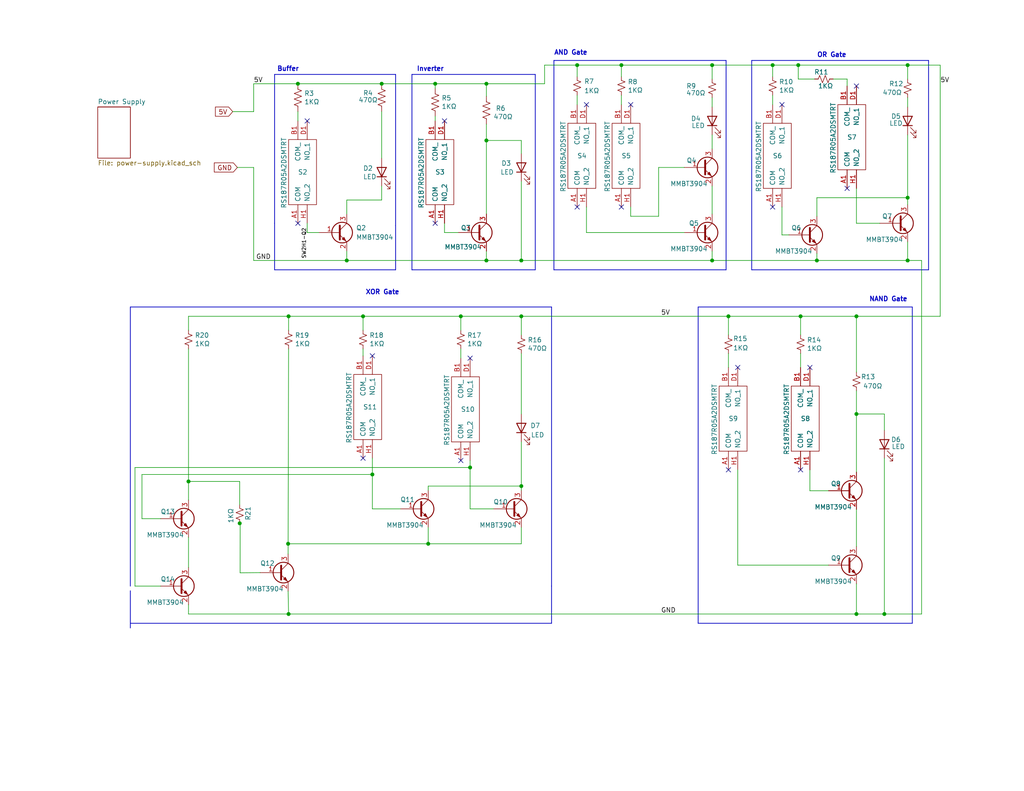
<source format=kicad_sch>
(kicad_sch (version 20231120) (generator "eeschema") (generator_version "8.0")
  (paper "USLetter")
  (title_block (title "${project_name}") (date "2022-04-26") (rev "${version}") (company "Lutzcraft") (comment 1 "Circuits designed by Ben Eater") (comment 2 "Kicad project by David Lutz") (comment 3 "Uses 2 x C2032 Batteries"))
  (lib_symbols
    (symbol "Device:LED" (pin_numbers hide) (pin_names (offset 1.016) hide)
      (property "Reference" "D" (at 0 2.54 0))
      (property "Value" "LED" (at 0 -2.54 0))
      (symbol "LED_0_1"
        (polyline (pts (xy -1.27 -1.27) (xy -1.27 1.27)) (stroke (width 0.254)))
        (polyline (pts (xy -1.27 0) (xy 1.27 0)))
        (polyline (pts (xy 1.27 -1.27) (xy 1.27 1.27) (xy -1.27 0) (xy 1.27 -1.27)) (stroke (width 0.254)))
        (polyline (pts (xy -3.048 -0.762) (xy -4.572 -2.286) (xy -3.81 -2.286) (xy -4.572 -2.286) (xy -4.572 -1.524)))
        (polyline (pts (xy -1.778 -0.762) (xy -3.302 -2.286) (xy -2.54 -2.286) (xy -3.302 -2.286) (xy -3.302 -1.524)))
      )
      (symbol "LED_1_1"
        (pin passive line (at -3.81 0 0) (length 2.54) (name "K") (number "1"))
        (pin passive line (at 3.81 0 180) (length 2.54) (name "A") (number "2"))
      )
    )
    (symbol "Device:R_Small_US" (pin_numbers hide) (pin_names (offset 0.254) hide)
      (property "Reference" "R" (at 0.762 0.508 0))
      (property "Value" "R_Small_US" (at 0.762 -1.016 0))
      (symbol "R_Small_US_1_1"
        (polyline (pts (xy 0 0) (xy 1.016 -0.381) (xy 0 -0.762) (xy -1.016 -1.143) (xy 0 -1.524)))
        (polyline (pts (xy 0 1.524) (xy 1.016 1.143) (xy 0 0.762) (xy -1.016 0.381) (xy 0 0)))
        (pin passive line (at 0 2.54 270) (length 1.016) (name "~") (number "1"))
        (pin passive line (at 0 -2.54 90) (length 1.016) (name "~") (number "2"))
      )
    )
    (symbol "Device:R_US" (pin_numbers hide) (pin_names (offset 0))
      (property "Reference" "R" (at 2.54 0 90))
      (property "Value" "R_US" (at -2.54 0 90))
      (symbol "R_US_0_1"
        (polyline (pts (xy 0 -2.286) (xy 0 -2.54)))
        (polyline (pts (xy 0 2.286) (xy 0 2.54)))
        (polyline (pts (xy 0 -0.762) (xy 1.016 -1.143) (xy 0 -1.524) (xy -1.016 -1.905) (xy 0 -2.286)))
        (polyline (pts (xy 0 0.762) (xy 1.016 0.381) (xy 0 0) (xy -1.016 -0.381) (xy 0 -0.762)))
        (polyline (pts (xy 0 2.286) (xy 1.016 1.905) (xy 0 1.524) (xy -1.016 1.143) (xy 0 0.762)))
      )
      (symbol "R_US_1_1"
        (pin passive line (at 0 3.81 270) (length 1.27) (name "~") (number "1"))
        (pin passive line (at 0 -3.81 90) (length 1.27) (name "~") (number "2"))
      )
    )
    (symbol "Lutzcraft:RS187R05A2DSMTRT" (pin_names (offset 0.762))
      (property "Reference" "S" (at 24.13 7.62 0))
      (property "Value" "RS187R05A2DSMTRT" (at 24.13 5.08 0))
      (symbol "RS187R05A2DSMTRT_0_0"
        (pin passive line (at 0 0 0) (length 5.08) (name "COM") (number "A1"))
        (pin passive line (at 27.94 0 180) (length 5.08) (name "COM_") (number "B1"))
        (pin passive line (at 27.94 -2.54 180) (length 5.08) (name "NO_1") (number "D1"))
        (pin passive line (at 0 -2.54 0) (length 5.08) (name "NO_2") (number "H1"))
      )
      (symbol "RS187R05A2DSMTRT_0_1"
        (polyline (pts (xy 5.08 2.54) (xy 22.86 2.54) (xy 22.86 -5.08) (xy 5.08 -5.08) (xy 5.08 2.54)) (stroke (width 0.1524)))
      )
    )
    (symbol "Transistor_BJT:MMBT3904" (pin_names (offset 0) hide)
      (property "Reference" "Q" (at 5.08 1.905 0))
      (property "Value" "MMBT3904" (at 5.08 0 0))
      (symbol "MMBT3904_0_1"
        (polyline (pts (xy 0.635 0.635) (xy 2.54 2.54)))
        (polyline (pts (xy 0.635 -0.635) (xy 2.54 -2.54) (xy 2.54 -2.54)))
        (polyline (pts (xy 0.635 1.905) (xy 0.635 -1.905) (xy 0.635 -1.905)) (stroke (width 0.508)))
        (polyline (pts (xy 1.27 -1.778) (xy 1.778 -1.27) (xy 2.286 -2.286) (xy 1.27 -1.778) (xy 1.27 -1.778)) (fill (type outline)))
        (circle (center 1.27 0) (radius 2.8194) (stroke (width 0.254)))
      )
      (symbol "MMBT3904_1_1"
        (pin input line (at -5.08 0 0) (length 5.715) (name "B") (number "1"))
        (pin passive line (at 2.54 -5.08 90) (length 2.54) (name "E") (number "2"))
        (pin passive line (at 2.54 5.08 270) (length 2.54) (name "C") (number "3"))
      )
    )
  )
  (junction (at 65.405 142.875))
  (junction (at 247.65 71.12))
  (junction (at 132.715 38.354))
  (junction (at 222.885 71.12))
  (junction (at 132.715 22.86))
  (junction (at 233.68 167.64))
  (junction (at 210.82 17.78))
  (junction (at 142.24 132.715))
  (junction (at 125.73 86.36))
  (junction (at 198.755 86.36))
  (junction (at 104.14 22.86))
  (junction (at 132.715 71.12))
  (junction (at 94.615 71.12))
  (junction (at 233.68 113.03))
  (junction (at 118.745 22.86))
  (junction (at 241.3 167.64))
  (junction (at 128.27 127.635))
  (junction (at 169.545 17.78))
  (junction (at 247.65 53.975))
  (junction (at 78.74 167.64))
  (junction (at 78.613 148.463))
  (junction (at 218.44 86.36))
  (junction (at 101.6 129.54))
  (junction (at 78.74 86.36))
  (junction (at 247.65 17.78))
  (junction (at 51.435 131.445))
  (junction (at 194.31 71.12))
  (junction (at 157.48 17.78))
  (junction (at 142.24 86.36))
  (junction (at 99.06 86.36))
  (junction (at 217.805 17.78))
  (junction (at 116.84 148.463))
  (junction (at 142.24 71.12))
  (junction (at 194.31 17.78))
  (junction (at 81.28 22.86))
  (junction (at 233.68 86.36))
  (no_connect (at 198.755 128.27))
  (no_connect (at 213.36 28.575))
  (no_connect (at 160.02 28.575))
  (no_connect (at 118.745 60.96))
  (no_connect (at 121.285 33.02))
  (no_connect (at 201.295 100.33))
  (no_connect (at 169.545 56.515))
  (no_connect (at 220.98 100.33))
  (no_connect (at 157.48 56.515))
  (no_connect (at 172.085 28.575))
  (no_connect (at 128.27 97.79))
  (no_connect (at 81.28 60.96))
  (no_connect (at 83.82 33.02))
  (no_connect (at 218.44 128.27))
  (no_connect (at 231.14 51.435))
  (no_connect (at 233.68 23.495))
  (no_connect (at 99.06 125.095))
  (no_connect (at 125.73 125.73))
  (no_connect (at 101.6 97.155))
  (no_connect (at 210.82 56.515))
  (wire (pts (xy 142.24 49.53) (xy 142.24 71.12)))
  (wire (pts (xy 194.31 36.83) (xy 194.31 40.64)))
  (wire (pts (xy 233.68 51.435) (xy 233.68 60.96)))
  (wire (pts (xy 78.74 95.25) (xy 78.613 148.463)))
  (wire (pts (xy 201.295 154.305) (xy 201.295 128.27)))
  (wire (pts (xy 104.14 50.8) (xy 104.14 54.61)))
  (wire (pts (xy 101.6 138.938) (xy 109.22 138.938)))
  (wire (pts (xy 38.735 129.54) (xy 38.735 141.605)))
  (wire (pts (xy 65.532 143.002) (xy 65.5169 156.3944)))
  (wire (pts (xy 251.46 71.12) (xy 251.46 167.64)))
  (wire (pts (xy 194.31 50.8) (xy 194.31 58.42)))
  (wire (pts (xy 121.285 63.5) (xy 125.095 63.5)))
  (wire (pts (xy 213.36 56.515) (xy 213.36 64.135)))
  (wire (pts (xy 179.705 45.72) (xy 179.705 59.055)))
  (polyline (pts (xy 35.56 161.29) (xy 35.56 171.45)) (stroke (width 0.2032)))
  (wire (pts (xy 94.615 71.12) (xy 132.715 71.12)))
  (wire (pts (xy 104.14 22.86) (xy 118.745 22.86)))
  (wire (pts (xy 233.68 60.96) (xy 240.03 60.96)))
  (wire (pts (xy 201.295 154.305) (xy 226.06 154.305)))
  (polyline (pts (xy 205.105 16.51) (xy 205.105 73.66)) (stroke (width 0.2032)))
  (wire (pts (xy 118.745 22.86) (xy 132.715 22.86)))
  (wire (pts (xy 142.24 38.354) (xy 132.715 38.354)))
  (wire (pts (xy 94.615 54.61) (xy 94.615 58.42)))
  (wire (pts (xy 217.805 21.59) (xy 217.805 17.78)))
  (wire (pts (xy 217.805 17.78) (xy 247.65 17.78)))
  (wire (pts (xy 233.68 86.36) (xy 256.54 86.36)))
  (wire (pts (xy 65.5169 156.3944) (xy 70.993 156.337)))
  (wire (pts (xy 142.24 144.018) (xy 142.24 148.463)))
  (wire (pts (xy 78.613 161.417) (xy 78.74 167.64)))
  (wire (pts (xy 128.27 127.635) (xy 128.27 138.938)))
  (wire (pts (xy 81.28 22.86) (xy 104.14 22.86)))
  (wire (pts (xy 142.24 132.715) (xy 142.24 133.858)))
  (wire (pts (xy 142.24 86.36) (xy 142.24 91.44)))
  (wire (pts (xy 65.405 142.748) (xy 65.405 142.875)))
  (wire (pts (xy 78.74 86.36) (xy 99.06 86.36)))
  (wire (pts (xy 65.532 143.002) (xy 65.532 142.875)))
  (wire (pts (xy 194.31 26.67) (xy 194.31 29.21)))
  (wire (pts (xy 116.84 132.715) (xy 142.24 132.715)))
  (wire (pts (xy 51.435 86.36) (xy 78.74 86.36)))
  (wire (pts (xy 78.74 86.36) (xy 78.74 90.17)))
  (wire (pts (xy 194.31 17.78) (xy 210.82 17.78)))
  (wire (pts (xy 157.48 17.78) (xy 169.545 17.78)))
  (wire (pts (xy 194.31 17.78) (xy 194.31 21.59)))
  (wire (pts (xy 118.745 31.75) (xy 118.745 33.02)))
  (wire (pts (xy 198.755 96.52) (xy 198.755 100.33)))
  (wire (pts (xy 65.405 137.795) (xy 65.405 131.445)))
  (wire (pts (xy 241.3 167.64) (xy 251.46 167.64)))
  (wire (pts (xy 36.83 160.02) (xy 43.815 160.02)))
  (wire (pts (xy 83.82 63.5) (xy 86.995 63.5)))
  (wire (pts (xy 241.3 125.095) (xy 241.3 167.64)))
  (polyline (pts (xy 150.495 83.82) (xy 150.495 160.02)) (stroke (width 0.2032)))
  (wire (pts (xy 222.885 59.055) (xy 222.885 53.975)))
  (wire (pts (xy 233.68 167.64) (xy 241.3 167.64)))
  (wire (pts (xy 51.435 165.1) (xy 51.435 167.64)))
  (polyline (pts (xy 190.5 83.82) (xy 248.92 83.82)) (stroke (width 0.2032)))
  (wire (pts (xy 65.405 131.445) (xy 51.435 131.445)))
  (wire (pts (xy 247.65 26.67) (xy 247.65 29.21)))
  (wire (pts (xy 247.65 36.83) (xy 247.65 53.975)))
  (wire (pts (xy 169.545 17.78) (xy 194.31 17.78)))
  (wire (pts (xy 160.02 56.515) (xy 160.02 63.5)))
  (polyline (pts (xy 107.95 61.595) (xy 107.95 20.32)) (stroke (width 0.2032)))
  (wire (pts (xy 233.68 159.385) (xy 233.68 167.64)))
  (wire (pts (xy 121.285 60.96) (xy 121.285 63.5)))
  (polyline (pts (xy 74.93 20.32) (xy 74.93 60.96)) (stroke (width 0.2032)))
  (wire (pts (xy 142.24 86.36) (xy 198.755 86.36)))
  (wire (pts (xy 116.84 132.715) (xy 116.84 133.858)))
  (polyline (pts (xy 190.5 83.82) (xy 190.5 170.18)) (stroke (width 0.2032)))
  (polyline (pts (xy 198.12 16.51) (xy 198.12 73.66)) (stroke (width 0.2032)))
  (wire (pts (xy 132.715 22.86) (xy 132.715 26.289)))
  (wire (pts (xy 210.82 20.955) (xy 210.82 17.78)))
  (wire (pts (xy 241.3 113.03) (xy 233.68 113.03)))
  (wire (pts (xy 222.885 53.975) (xy 247.65 53.975)))
  (wire (pts (xy 198.755 86.36) (xy 218.44 86.36)))
  (wire (pts (xy 222.885 69.215) (xy 222.885 71.12)))
  (wire (pts (xy 142.24 120.65) (xy 142.24 132.715)))
  (polyline (pts (xy 151.13 73.66) (xy 198.12 73.66)) (stroke (width 0.2032)))
  (wire (pts (xy 78.613 148.463) (xy 116.84 148.463)))
  (polyline (pts (xy 253.365 16.51) (xy 253.365 73.66)) (stroke (width 0.2032)))
  (polyline (pts (xy 35.56 170.18) (xy 150.495 170.18)) (stroke (width 0.2032)))
  (wire (pts (xy 217.805 21.59) (xy 222.25 21.59)))
  (wire (pts (xy 118.745 22.86) (xy 118.745 24.13)))
  (wire (pts (xy 132.715 71.12) (xy 142.24 71.12)))
  (wire (pts (xy 69.215 22.86) (xy 81.28 22.86)))
  (wire (pts (xy 36.83 160.02) (xy 36.83 127.635)))
  (wire (pts (xy 247.65 66.04) (xy 247.65 71.12)))
  (wire (pts (xy 99.06 86.36) (xy 125.73 86.36)))
  (wire (pts (xy 222.885 71.12) (xy 247.65 71.12)))
  (wire (pts (xy 132.715 33.909) (xy 132.715 38.354)))
  (wire (pts (xy 142.24 38.354) (xy 142.24 41.91)))
  (wire (pts (xy 227.33 21.59) (xy 231.14 21.59)))
  (wire (pts (xy 65.532 142.875) (xy 65.405 142.875)))
  (polyline (pts (xy 190.5 170.18) (xy 248.92 170.18)) (stroke (width 0.2032)))
  (wire (pts (xy 125.73 86.36) (xy 125.73 90.17)))
  (wire (pts (xy 69.215 22.86) (xy 69.215 30.48)))
  (wire (pts (xy 179.705 45.72) (xy 186.69 45.72)))
  (wire (pts (xy 69.215 71.12) (xy 94.615 71.12)))
  (polyline (pts (xy 150.495 170.18) (xy 150.495 160.02)) (stroke (width 0.2032)))
  (wire (pts (xy 247.65 71.12) (xy 251.46 71.12)))
  (wire (pts (xy 148.59 22.86) (xy 148.59 17.78)))
  (wire (pts (xy 83.82 60.96) (xy 83.82 63.5)))
  (wire (pts (xy 256.54 17.78) (xy 256.54 86.36)))
  (polyline (pts (xy 112.395 73.66) (xy 146.05 73.66)) (stroke (width 0.2032)))
  (wire (pts (xy 157.48 26.035) (xy 157.48 28.575)))
  (wire (pts (xy 78.613 151.257) (xy 78.613 148.463)))
  (polyline (pts (xy 151.13 16.51) (xy 151.13 73.66)) (stroke (width 0.2032)))
  (wire (pts (xy 247.65 17.78) (xy 256.54 17.78)))
  (wire (pts (xy 213.36 64.135) (xy 215.265 64.135)))
  (wire (pts (xy 157.48 20.955) (xy 157.48 17.78)))
  (wire (pts (xy 142.24 71.12) (xy 194.31 71.12)))
  (wire (pts (xy 198.755 86.36) (xy 198.755 91.44)))
  (wire (pts (xy 104.14 30.48) (xy 104.14 43.18)))
  (wire (pts (xy 241.3 117.475) (xy 241.3 113.03)))
  (wire (pts (xy 38.735 141.605) (xy 43.815 141.605)))
  (wire (pts (xy 233.68 86.36) (xy 233.68 101.6)))
  (polyline (pts (xy 112.395 20.32) (xy 112.395 73.66)) (stroke (width 0.2032)))
  (wire (pts (xy 116.84 144.018) (xy 116.84 148.463)))
  (wire (pts (xy 101.6 129.54) (xy 101.6 138.938)))
  (wire (pts (xy 51.435 86.36) (xy 51.435 90.17)))
  (polyline (pts (xy 107.95 73.66) (xy 107.95 61.595)) (stroke (width 0.2032)))
  (wire (pts (xy 233.68 139.065) (xy 233.68 149.225)))
  (polyline (pts (xy 74.93 20.32) (xy 107.95 20.32)) (stroke (width 0.2032)))
  (wire (pts (xy 36.83 127.635) (xy 128.27 127.635)))
  (wire (pts (xy 128.27 125.73) (xy 128.27 127.635)))
  (wire (pts (xy 128.27 138.938) (xy 134.62 138.938)))
  (polyline (pts (xy 248.92 83.82) (xy 248.92 170.18)) (stroke (width 0.2032)))
  (wire (pts (xy 94.615 68.58) (xy 94.615 71.12)))
  (wire (pts (xy 51.435 131.445) (xy 51.435 136.525)))
  (polyline (pts (xy 74.93 60.96) (xy 74.93 73.66)) (stroke (width 0.2032)))
  (wire (pts (xy 51.435 95.25) (xy 51.435 131.445)))
  (wire (pts (xy 210.82 26.035) (xy 210.82 28.575)))
  (wire (pts (xy 64.77 45.72) (xy 69.215 45.72)))
  (wire (pts (xy 132.715 38.354) (xy 132.715 58.42)))
  (wire (pts (xy 233.68 113.03) (xy 233.68 106.68)))
  (wire (pts (xy 148.59 17.78) (xy 157.48 17.78)))
  (wire (pts (xy 125.73 86.36) (xy 142.24 86.36)))
  (wire (pts (xy 172.085 59.055) (xy 179.705 59.055)))
  (wire (pts (xy 69.215 45.72) (xy 69.215 71.12)))
  (wire (pts (xy 218.44 86.36) (xy 233.68 86.36)))
  (wire (pts (xy 218.44 86.36) (xy 218.44 91.44)))
  (wire (pts (xy 132.715 22.86) (xy 148.59 22.86)))
  (wire (pts (xy 220.98 133.985) (xy 226.06 133.985)))
  (wire (pts (xy 104.14 54.61) (xy 94.615 54.61)))
  (polyline (pts (xy 112.395 20.32) (xy 146.05 20.32)) (stroke (width 0.2032)))
  (wire (pts (xy 194.31 68.58) (xy 194.31 71.12)))
  (wire (pts (xy 160.02 63.5) (xy 186.69 63.5)))
  (polyline (pts (xy 74.93 73.66) (xy 107.95 73.66)) (stroke (width 0.2032)))
  (polyline (pts (xy 35.56 160.02) (xy 35.56 83.82)) (stroke (width 0.2032)))
  (polyline (pts (xy 146.05 20.32) (xy 146.05 73.66)) (stroke (width 0.2032)))
  (wire (pts (xy 63.5 30.48) (xy 69.215 30.48)))
  (wire (pts (xy 116.84 148.463) (xy 142.24 148.463)))
  (wire (pts (xy 132.715 68.58) (xy 132.715 71.12)))
  (wire (pts (xy 78.74 167.64) (xy 233.68 167.64)))
  (wire (pts (xy 220.98 128.27) (xy 220.98 133.985)))
  (wire (pts (xy 231.14 23.495) (xy 231.14 21.59)))
  (wire (pts (xy 169.545 17.78) (xy 169.545 20.955)))
  (wire (pts (xy 101.6 125.095) (xy 101.6 129.54)))
  (wire (pts (xy 51.435 146.685) (xy 51.435 154.94)))
  (wire (pts (xy 51.435 167.64) (xy 78.74 167.64)))
  (wire (pts (xy 218.44 96.52) (xy 218.44 100.33)))
  (wire (pts (xy 247.65 53.975) (xy 247.65 55.88)))
  (wire (pts (xy 99.06 86.36) (xy 99.06 90.17)))
  (polyline (pts (xy 253.365 16.51) (xy 205.105 16.51)) (stroke (width 0.2032)))
  (polyline (pts (xy 151.13 16.51) (xy 198.12 16.51)) (stroke (width 0.2032)))
  (wire (pts (xy 38.735 129.54) (xy 101.6 129.54)))
  (wire (pts (xy 210.82 17.78) (xy 217.805 17.78)))
  (wire (pts (xy 142.24 96.52) (xy 142.24 113.03)))
  (wire (pts (xy 81.28 30.48) (xy 81.28 33.02)))
  (wire (pts (xy 169.545 26.035) (xy 169.545 28.575)))
  (wire (pts (xy 194.31 71.12) (xy 222.885 71.12)))
  (wire (pts (xy 247.65 17.78) (xy 247.65 21.59)))
  (polyline (pts (xy 205.105 73.66) (xy 253.365 73.66)) (stroke (width 0.2032)))
  (polyline (pts (xy 35.56 83.82) (xy 150.495 83.82)) (stroke (width 0.2032)))
  (wire (pts (xy 125.73 95.25) (xy 125.73 97.79)))
  (wire (pts (xy 99.06 95.25) (xy 99.06 97.155)))
  (wire (pts (xy 233.68 113.03) (xy 233.68 128.905)))
  (wire (pts (xy 172.085 59.055) (xy 172.085 56.515)))
  (text "OR Gate" (at 222.885 15.875 0) (effects (font (size 1.27 1.27) (thickness 0.254) (bold yes)) (justify left bottom)))
  (text "Inverter" (at 113.665 19.685 0) (effects (font (size 1.27 1.27) (thickness 0.254) (bold yes)) (justify left bottom)))
  (text "NAND Gate" (at 237.109 82.55 0) (effects (font (size 1.27 1.27) (thickness 0.254) (bold yes)) (justify left bottom)))
  (text "Buffer" (at 75.565 19.685 0) (effects (font (size 1.27 1.27) (thickness 0.254) (bold yes)) (justify left bottom)))
  (text "AND Gate" (at 151.13 15.24 0) (effects (font (size 1.27 1.27) (thickness 0.254) (bold yes)) (justify left bottom)))
  (text "XOR Gate" (at 99.695 80.645 0) (effects (font (size 1.27 1.27) (thickness 0.254) (bold yes)) (justify left bottom)))
  (label "GND" (at 69.85 71.12 0))
  (label "5V" (at 69.215 22.86 0))
  (label "SW2H1-Q2" (at 83.82 62.103 270) (effects (font (size 1 1))))
  (label "5V" (at 256.54 22.86 0))
  (label "5V" (at 180.34 86.36 0))
  (label "GND" (at 180.34 167.64 0))
  (global_label "GND" (shape input) (at 64.77 45.72 180) (property "Intersheetrefs" "${INTERSHEET_REFS}" (effects (hide yes))))
  (global_label "5V" (shape input) (at 63.5 30.48 180) (property "Intersheetrefs" "${INTERSHEET_REFS}" (effects (hide yes))))
  (symbol (lib_id "Device:LED") (at 104.14 46.99 90) (unit 1)
    (property "Reference" "D2" (at 99.06 45.9486 90) (effects (justify right)))
    (property "Value" "LED" (at 99.06 48.26 90) (effects (justify right)))
    (property "Footprint" "LED_SMD:LED_1206_3216Metric_Pad1.42x1.75mm_HandSolder" (effects (hide yes)))
  )
  (symbol (lib_id "Device:R_US") (at 104.14 26.67 0) (unit 1)
    (property "Reference" "R4" (at 99.06 25.4 0) (effects (justify left)))
    (property "Value" "470Ω" (at 97.79 27.305 0) (effects (justify left)))
    (property "Footprint" "Resistor_SMD:R_1206_3216Metric_Pad1.30x1.75mm_HandSolder" (effects (hide yes)))
  )
  (symbol (lib_id "Device:R_US") (at 81.28 26.67 0) (unit 1)
    (property "Reference" "R3" (at 83.0072 25.5016 0) (effects (justify left)))
    (property "Value" "1KΩ" (at 83.0072 27.813 0) (effects (justify left)))
    (property "Footprint" "Resistor_SMD:R_1206_3216Metric_Pad1.30x1.75mm_HandSolder" (effects (hide yes)))
  )
  (symbol (lib_id "Device:R_US") (at 118.745 27.94 0) (unit 1)
    (property "Reference" "R5" (at 120.4722 26.7716 0) (effects (justify left)))
    (property "Value" "1KΩ" (at 120.4722 29.083 0) (effects (justify left)))
    (property "Footprint" "Resistor_SMD:R_1206_3216Metric_Pad1.30x1.75mm_HandSolder" (effects (hide yes)))
  )
  (symbol (lib_id "Device:R_US") (at 132.715 30.099 0) (unit 1)
    (property "Reference" "R6" (at 135.255 29.591 0) (effects (justify left)))
    (property "Value" "470Ω" (at 134.62 31.877 0) (effects (justify left)))
    (property "Footprint" "Resistor_SMD:R_1206_3216Metric_Pad1.30x1.75mm_HandSolder" (effects (hide yes)))
  )
  (symbol (lib_id "Device:LED") (at 142.24 45.72 90) (unit 1)
    (property "Reference" "D3" (at 136.779 44.577 90) (effects (justify right)))
    (property "Value" "LED" (at 136.525 46.99 90) (effects (justify right)))
    (property "Footprint" "LED_SMD:LED_1206_3216Metric_Pad1.42x1.75mm_HandSolder" (effects (hide yes)))
  )
  (symbol (lib_id "Device:R_Small_US") (at 198.755 93.98 0) (unit 1)
    (property "Reference" "R15" (at 200.025 92.456 0) (effects (justify left)))
    (property "Value" "1KΩ" (at 200.025 94.996 0) (effects (justify left)))
    (property "Footprint" "Resistor_SMD:R_1206_3216Metric_Pad1.30x1.75mm_HandSolder" (effects (hide yes)))
  )
  (symbol (lib_id "Device:R_Small_US") (at 233.68 104.14 180) (unit 1)
    (property "Reference" "R13" (at 236.855 102.87 0))
    (property "Value" "470Ω" (at 238.125 105.41 0))
    (property "Footprint" "Resistor_SMD:R_1206_3216Metric_Pad1.30x1.75mm_HandSolder" (effects (hide yes)))
  )
  (symbol (lib_id "Device:R_Small_US") (at 218.44 93.98 0) (unit 1)
    (property "Reference" "R14" (at 220.1672 92.8116 0) (effects (justify left)))
    (property "Value" "1KΩ" (at 220.1672 95.123 0) (effects (justify left)))
    (property "Footprint" "Resistor_SMD:R_1206_3216Metric_Pad1.30x1.75mm_HandSolder" (effects (hide yes)))
  )
  (symbol (lib_id "Device:LED") (at 241.3 121.285 90) (unit 1)
    (property "Reference" "D6" (at 244.475 120.015 90))
    (property "Value" "LED" (at 245.11 121.92 90))
    (property "Footprint" "LED_SMD:LED_1206_3216Metric_Pad1.42x1.75mm_HandSolder" (effects (hide yes)))
  )
  (symbol (lib_id "Device:R_Small_US") (at 157.48 23.495 0) (unit 1)
    (property "Reference" "R7" (at 159.385 22.225 0) (effects (justify left)))
    (property "Value" "1KΩ" (at 159.385 24.765 0) (effects (justify left)))
    (property "Footprint" "Resistor_SMD:R_1206_3216Metric_Pad1.30x1.75mm_HandSolder" (effects (hide yes)))
  )
  (symbol (lib_id "Device:R_Small_US") (at 194.31 24.13 180) (unit 1)
    (property "Reference" "R9" (at 188.595 23.495 0))
    (property "Value" "470Ω" (at 189.865 25.4 0))
    (property "Footprint" "Resistor_SMD:R_1206_3216Metric_Pad1.30x1.75mm_HandSolder" (effects (hide yes)))
  )
  (symbol (lib_id "Device:R_Small_US") (at 169.545 23.495 0) (unit 1)
    (property "Reference" "R8" (at 171.2722 22.3266 0) (effects (justify left)))
    (property "Value" "1KΩ" (at 171.2722 24.638 0) (effects (justify left)))
    (property "Footprint" "Resistor_SMD:R_1206_3216Metric_Pad1.30x1.75mm_HandSolder" (effects (hide yes)))
  )
  (symbol (lib_id "Device:LED") (at 194.31 33.02 90) (unit 1)
    (property "Reference" "D4" (at 189.865 32.385 90))
    (property "Value" "LED" (at 190.5 34.29 90))
    (property "Footprint" "LED_SMD:LED_1206_3216Metric_Pad1.42x1.75mm_HandSolder" (effects (hide yes)))
  )
  (symbol (lib_id "Device:R_Small_US") (at 224.79 21.59 90) (unit 1)
    (property "Reference" "R11" (at 226.06 19.685 90) (effects (justify left)))
    (property "Value" "1KΩ" (at 227.33 23.495 90) (effects (justify left)))
    (property "Footprint" "Resistor_SMD:R_1206_3216Metric_Pad1.30x1.75mm_HandSolder" (effects (hide yes)))
  )
  (symbol (lib_id "Device:R_Small_US") (at 210.82 23.495 0) (unit 1)
    (property "Reference" "R10" (at 212.5472 22.3266 0) (effects (justify left)))
    (property "Value" "1KΩ" (at 212.5472 24.638 0) (effects (justify left)))
    (property "Footprint" "Resistor_SMD:R_1206_3216Metric_Pad1.30x1.75mm_HandSolder" (effects (hide yes)))
  )
  (symbol (lib_id "Device:R_Small_US") (at 247.65 24.13 0) (unit 1)
    (property "Reference" "R12" (at 242.57 22.86 0) (effects (justify left)))
    (property "Value" "470Ω" (at 240.792 25.273 0) (effects (justify left)))
    (property "Footprint" "Resistor_SMD:R_1206_3216Metric_Pad1.30x1.75mm_HandSolder" (effects (hide yes)))
  )
  (symbol (lib_id "Device:LED") (at 247.65 33.02 90) (unit 1)
    (property "Reference" "D5" (at 244.475 31.75 90))
    (property "Value" "LED" (at 244.475 33.655 90))
    (property "Footprint" "LED_SMD:LED_1206_3216Metric_Pad1.42x1.75mm_HandSolder" (effects (hide yes)))
  )
  (symbol (lib_id "Device:R_Small_US") (at 78.74 92.71 0) (unit 1)
    (property "Reference" "R19" (at 80.4672 91.5416 0) (effects (justify left)))
    (property "Value" "1KΩ" (at 80.4672 93.853 0) (effects (justify left)))
    (property "Footprint" "Resistor_SMD:R_1206_3216Metric_Pad1.30x1.75mm_HandSolder" (effects (hide yes)))
  )
  (symbol (lib_id "Device:R_Small_US") (at 51.435 92.71 0) (unit 1)
    (property "Reference" "R20" (at 53.1622 91.5416 0) (effects (justify left)))
    (property "Value" "1KΩ" (at 53.1622 93.853 0) (effects (justify left)))
    (property "Footprint" "Resistor_SMD:R_1206_3216Metric_Pad1.30x1.75mm_HandSolder" (effects (hide yes)))
  )
  (symbol (lib_id "Device:R_Small_US") (at 65.405 140.335 0) (unit 1)
    (property "Reference" "R21" (at 67.691 142.113 90) (effects (justify left)))
    (property "Value" "1KΩ" (at 62.992 142.875 90) (effects (justify left)))
    (property "Footprint" "Resistor_SMD:R_1206_3216Metric_Pad1.30x1.75mm_HandSolder" (effects (hide yes)))
  )
  (symbol (lib_id "Device:R_Small_US") (at 99.06 92.71 0) (unit 1)
    (property "Reference" "R18" (at 100.7872 91.5416 0) (effects (justify left)))
    (property "Value" "1KΩ" (at 100.7872 93.853 0) (effects (justify left)))
    (property "Footprint" "Resistor_SMD:R_1206_3216Metric_Pad1.30x1.75mm_HandSolder" (effects (hide yes)))
  )
  (symbol (lib_id "Device:R_Small_US") (at 142.24 93.98 0) (unit 1)
    (property "Reference" "R16" (at 143.9672 92.8116 0) (effects (justify left)))
    (property "Value" "470Ω" (at 143.9672 95.123 0) (effects (justify left)))
    (property "Footprint" "Resistor_SMD:R_1206_3216Metric_Pad1.30x1.75mm_HandSolder" (effects (hide yes)))
  )
  (symbol (lib_id "Device:LED") (at 142.24 116.84 90) (unit 1)
    (property "Reference" "D7" (at 146.05 116.205 90))
    (property "Value" "LED" (at 146.685 118.745 90))
    (property "Footprint" "LED_SMD:LED_1206_3216Metric_Pad1.42x1.75mm_HandSolder" (effects (hide yes)))
  )
  (symbol (lib_id "Device:R_Small_US") (at 125.73 92.71 0) (unit 1)
    (property "Reference" "R17" (at 127.4572 91.5416 0) (effects (justify left)))
    (property "Value" "1KΩ" (at 127.4572 93.853 0) (effects (justify left)))
    (property "Footprint" "Resistor_SMD:R_1206_3216Metric_Pad1.30x1.75mm_HandSolder" (effects (hide yes)))
  )
  (symbol (lib_id "Lutzcraft:RS187R05A2DSMTRT") (at 118.745 60.96 90) (unit 1)
    (property "Reference" "S3" (at 118.745 46.99 90) (effects (justify right)))
    (property "Value" "RS187R05A2DSMTRT" (at 114.935 37.465 0) (effects (justify right)))
    (property "Footprint" "logic_gates_footprints:RS187R05A2DSMTRT" (effects (hide yes)))
    (property "Datasheet" "https://www.mouser.com/datasheet/2/60/RS-187R05-DS_MT_RT-1160023.pdf" (effects (hide yes)))
    (property "Description" "Tactile Switches SPST 0.05A 12V 160gf" (effects (hide yes)))
    (property "Height" "1.65" (effects (hide yes)))
    (property "Manufacturer_Name" "C & K COMPONENTS" (effects (hide yes)))
    (property "Manufacturer_Part_Number" "RS187R05A2DSMTRT" (effects (hide yes)))
    (property "Mouser Part Number" "611-RS187R05A2DSMTRT" (effects (hide yes)))
    (property "Mouser Price/Stock" "https://www.mouser.co.uk/ProductDetail/CK/RS187R05A2DSMTRT?qs=Gufeu08L%2Fl21N7VSbxt7Uw%3D%3D" (effects (hide yes)))
    (property "Arrow Part Number" "RS187R05A2DSMTRT" (effects (hide yes)))
    (property "Arrow Price/Stock" "https://www.arrow.com/en/products/rs187r05a2dsmtrt/ck?region=nac" (effects (hide yes)))
  )
  (symbol (lib_id "Transistor_BJT:MMBT3904") (at 231.14 154.305 0) (unit 1)
    (property "Reference" "Q9" (at 226.695 152.4 0) (effects (justify left)))
    (property "Value" "MMBT3904" (at 222.25 158.75 0) (effects (justify left)))
    (property "Footprint" "Package_TO_SOT_SMD:SOT-23" (effects (hide yes)))
    (property "Datasheet" "https://www.onsemi.com/pub/Collateral/2N3903-D.PDF" (effects (hide yes)))
  )
  (symbol (lib_id "Transistor_BJT:MMBT3904") (at 76.073 156.337 0) (unit 1)
    (property "Reference" "Q12" (at 70.993 153.797 0) (effects (justify left)))
    (property "Value" "MMBT3904" (at 67.183 160.782 0) (effects (justify left)))
    (property "Footprint" "Package_TO_SOT_SMD:SOT-23" (effects (hide yes)))
    (property "Datasheet" "https://www.onsemi.com/pub/Collateral/2N3903-D.PDF" (effects (hide yes)))
  )
  (symbol (lib_id "Lutzcraft:RS187R05A2DSMTRT") (at 157.48 56.515 90) (unit 1)
    (property "Reference" "S4" (at 157.48 42.545 90) (effects (justify right)))
    (property "Value" "RS187R05A2DSMTRT" (at 153.67 33.02 0) (effects (justify right)))
    (property "Footprint" "logic_gates_footprints:RS187R05A2DSMTRT" (effects (hide yes)))
    (property "Datasheet" "https://www.mouser.com/datasheet/2/60/RS-187R05-DS_MT_RT-1160023.pdf" (effects (hide yes)))
    (property "Description" "Tactile Switches SPST 0.05A 12V 160gf" (effects (hide yes)))
    (property "Height" "1.65" (effects (hide yes)))
    (property "Manufacturer_Name" "C & K COMPONENTS" (effects (hide yes)))
    (property "Manufacturer_Part_Number" "RS187R05A2DSMTRT" (effects (hide yes)))
    (property "Mouser Part Number" "611-RS187R05A2DSMTRT" (effects (hide yes)))
    (property "Mouser Price/Stock" "https://www.mouser.co.uk/ProductDetail/CK/RS187R05A2DSMTRT?qs=Gufeu08L%2Fl21N7VSbxt7Uw%3D%3D" (effects (hide yes)))
    (property "Arrow Part Number" "RS187R05A2DSMTRT" (effects (hide yes)))
    (property "Arrow Price/Stock" "https://www.arrow.com/en/products/rs187r05a2dsmtrt/ck?region=nac" (effects (hide yes)))
  )
  (symbol (lib_id "Transistor_BJT:MMBT3904") (at 245.11 60.96 0) (unit 1)
    (property "Reference" "Q7" (at 240.665 59.055 0) (effects (justify left)))
    (property "Value" "MMBT3904" (at 236.22 65.405 0) (effects (justify left)))
    (property "Footprint" "Package_TO_SOT_SMD:SOT-23" (effects (hide yes)))
    (property "Datasheet" "https://www.onsemi.com/pub/Collateral/2N3903-D.PDF" (effects (hide yes)))
  )
  (symbol (lib_id "Transistor_BJT:MMBT3904") (at 48.895 141.605 0) (unit 1)
    (property "Reference" "Q13" (at 43.815 139.7 0) (effects (justify left)))
    (property "Value" "MMBT3904" (at 40.005 146.05 0) (effects (justify left)))
    (property "Footprint" "Package_TO_SOT_SMD:SOT-23" (effects (hide yes)))
    (property "Datasheet" "https://www.onsemi.com/pub/Collateral/2N3903-D.PDF" (effects (hide yes)))
  )
  (symbol (lib_id "Transistor_BJT:MMBT3904") (at 139.7 138.938 0) (unit 1)
    (property "Reference" "Q10" (at 134.62 137.033 0) (effects (justify left)))
    (property "Value" "MMBT3904" (at 130.81 143.383 0) (effects (justify left)))
    (property "Footprint" "Package_TO_SOT_SMD:SOT-23" (effects (hide yes)))
    (property "Datasheet" "https://www.onsemi.com/pub/Collateral/2N3903-D.PDF" (effects (hide yes)))
  )
  (symbol (lib_id "Transistor_BJT:MMBT3904") (at 130.175 63.5 0) (unit 1)
    (property "Reference" "Q3" (at 125.73 62.23 0) (effects (justify left)))
    (property "Value" "MMBT3904" (at 121.285 67.437 0) (effects (justify left)))
    (property "Footprint" "Package_TO_SOT_SMD:SOT-23" (effects (hide yes)))
    (property "Datasheet" "https://www.onsemi.com/pub/Collateral/2N3903-D.PDF" (effects (hide yes)))
  )
  (symbol (lib_id "Lutzcraft:RS187R05A2DSMTRT") (at 81.28 60.96 90) (unit 1)
    (property "Reference" "S2" (at 81.28 46.99 90) (effects (justify right)))
    (property "Value" "RS187R05A2DSMTRT" (at 77.47 37.465 0) (effects (justify right)))
    (property "Footprint" "logic_gates_footprints:RS187R05A2DSMTRT" (effects (hide yes)))
    (property "Datasheet" "https://www.mouser.com/datasheet/2/60/RS-187R05-DS_MT_RT-1160023.pdf" (effects (hide yes)))
    (property "Description" "Tactile Switches SPST 0.05A 12V 160gf" (effects (hide yes)))
    (property "Height" "1.65" (effects (hide yes)))
    (property "Manufacturer_Name" "C & K COMPONENTS" (effects (hide yes)))
    (property "Manufacturer_Part_Number" "RS187R05A2DSMTRT" (effects (hide yes)))
    (property "Mouser Part Number" "611-RS187R05A2DSMTRT" (effects (hide yes)))
    (property "Mouser Price/Stock" "https://www.mouser.co.uk/ProductDetail/CK/RS187R05A2DSMTRT?qs=Gufeu08L%2Fl21N7VSbxt7Uw%3D%3D" (effects (hide yes)))
    (property "Arrow Part Number" "RS187R05A2DSMTRT" (effects (hide yes)))
    (property "Arrow Price/Stock" "https://www.arrow.com/en/products/rs187r05a2dsmtrt/ck?region=nac" (effects (hide yes)))
  )
  (symbol (lib_id "Transistor_BJT:MMBT3904") (at 191.77 63.5 0) (unit 1)
    (property "Reference" "Q5" (at 187.96 60.96 0) (effects (justify left)))
    (property "Value" "MMBT3904" (at 182.88 67.945 0) (effects (justify left)))
    (property "Footprint" "Package_TO_SOT_SMD:SOT-23" (effects (hide yes)))
    (property "Datasheet" "https://www.onsemi.com/pub/Collateral/2N3903-D.PDF" (effects (hide yes)))
  )
  (symbol (lib_id "Lutzcraft:RS187R05A2DSMTRT") (at 169.545 56.515 90) (unit 1)
    (property "Reference" "S5" (at 169.545 42.545 90) (effects (justify right)))
    (property "Value" "RS187R05A2DSMTRT" (at 165.735 33.02 0) (effects (justify right)))
    (property "Footprint" "logic_gates_footprints:RS187R05A2DSMTRT" (effects (hide yes)))
    (property "Datasheet" "https://www.mouser.com/datasheet/2/60/RS-187R05-DS_MT_RT-1160023.pdf" (effects (hide yes)))
    (property "Description" "Tactile Switches SPST 0.05A 12V 160gf" (effects (hide yes)))
    (property "Height" "1.65" (effects (hide yes)))
    (property "Manufacturer_Name" "C & K COMPONENTS" (effects (hide yes)))
    (property "Manufacturer_Part_Number" "RS187R05A2DSMTRT" (effects (hide yes)))
    (property "Mouser Part Number" "611-RS187R05A2DSMTRT" (effects (hide yes)))
    (property "Mouser Price/Stock" "https://www.mouser.co.uk/ProductDetail/CK/RS187R05A2DSMTRT?qs=Gufeu08L%2Fl21N7VSbxt7Uw%3D%3D" (effects (hide yes)))
    (property "Arrow Part Number" "RS187R05A2DSMTRT" (effects (hide yes)))
    (property "Arrow Price/Stock" "https://www.arrow.com/en/products/rs187r05a2dsmtrt/ck?region=nac" (effects (hide yes)))
  )
  (symbol (lib_id "Lutzcraft:RS187R05A2DSMTRT") (at 218.44 128.27 90) (unit 1)
    (property "Reference" "S8" (at 218.44 114.3 90) (effects (justify right)))
    (property "Value" "RS187R05A2DSMTRT" (at 214.63 104.775 0) (effects (justify right)))
    (property "Footprint" "logic_gates_footprints:RS187R05A2DSMTRT" (effects (hide yes)))
    (property "Datasheet" "https://www.mouser.com/datasheet/2/60/RS-187R05-DS_MT_RT-1160023.pdf" (effects (hide yes)))
    (property "Description" "Tactile Switches SPST 0.05A 12V 160gf" (effects (hide yes)))
    (property "Height" "1.65" (effects (hide yes)))
    (property "Manufacturer_Name" "C & K COMPONENTS" (effects (hide yes)))
    (property "Manufacturer_Part_Number" "RS187R05A2DSMTRT" (effects (hide yes)))
    (property "Mouser Part Number" "611-RS187R05A2DSMTRT" (effects (hide yes)))
    (property "Mouser Price/Stock" "https://www.mouser.co.uk/ProductDetail/CK/RS187R05A2DSMTRT?qs=Gufeu08L%2Fl21N7VSbxt7Uw%3D%3D" (effects (hide yes)))
    (property "Arrow Part Number" "RS187R05A2DSMTRT" (effects (hide yes)))
    (property "Arrow Price/Stock" "https://www.arrow.com/en/products/rs187r05a2dsmtrt/ck?region=nac" (effects (hide yes)))
  )
  (symbol (lib_id "Transistor_BJT:MMBT3904") (at 114.3 138.938 0) (unit 1)
    (property "Reference" "Q11" (at 109.22 136.398 0) (effects (justify left)))
    (property "Value" "MMBT3904" (at 105.41 143.383 0) (effects (justify left)))
    (property "Footprint" "Package_TO_SOT_SMD:SOT-23" (effects (hide yes)))
    (property "Datasheet" "https://www.onsemi.com/pub/Collateral/2N3903-D.PDF" (effects (hide yes)))
  )
  (symbol (lib_id "Transistor_BJT:MMBT3904") (at 48.895 160.02 0) (unit 1)
    (property "Reference" "Q14" (at 43.815 158.115 0) (effects (justify left)))
    (property "Value" "MMBT3904" (at 40.005 164.465 0) (effects (justify left)))
    (property "Footprint" "Package_TO_SOT_SMD:SOT-23" (effects (hide yes)))
    (property "Datasheet" "https://www.onsemi.com/pub/Collateral/2N3903-D.PDF" (effects (hide yes)))
  )
  (symbol (lib_id "Transistor_BJT:MMBT3904") (at 231.14 133.985 0) (unit 1)
    (property "Reference" "Q8" (at 226.695 132.08 0) (effects (justify left)))
    (property "Value" "MMBT3904" (at 222.25 138.43 0) (effects (justify left)))
    (property "Footprint" "Package_TO_SOT_SMD:SOT-23" (effects (hide yes)))
    (property "Datasheet" "https://www.onsemi.com/pub/Collateral/2N3903-D.PDF" (effects (hide yes)))
  )
  (symbol (lib_id "Lutzcraft:RS187R05A2DSMTRT") (at 231.14 51.435 90) (unit 1)
    (property "Reference" "S7" (at 231.14 37.465 90) (effects (justify right)))
    (property "Value" "RS187R05A2DSMTRT" (at 227.33 27.94 0) (effects (justify right)))
    (property "Footprint" "logic_gates_footprints:RS187R05A2DSMTRT" (effects (hide yes)))
    (property "Datasheet" "https://www.mouser.com/datasheet/2/60/RS-187R05-DS_MT_RT-1160023.pdf" (effects (hide yes)))
    (property "Description" "Tactile Switches SPST 0.05A 12V 160gf" (effects (hide yes)))
    (property "Height" "1.65" (effects (hide yes)))
    (property "Manufacturer_Name" "C & K COMPONENTS" (effects (hide yes)))
    (property "Manufacturer_Part_Number" "RS187R05A2DSMTRT" (effects (hide yes)))
    (property "Mouser Part Number" "611-RS187R05A2DSMTRT" (effects (hide yes)))
    (property "Mouser Price/Stock" "https://www.mouser.co.uk/ProductDetail/CK/RS187R05A2DSMTRT?qs=Gufeu08L%2Fl21N7VSbxt7Uw%3D%3D" (effects (hide yes)))
    (property "Arrow Part Number" "RS187R05A2DSMTRT" (effects (hide yes)))
    (property "Arrow Price/Stock" "https://www.arrow.com/en/products/rs187r05a2dsmtrt/ck?region=nac" (effects (hide yes)))
  )
  (symbol (lib_id "Lutzcraft:RS187R05A2DSMTRT") (at 198.755 128.27 90) (unit 1)
    (property "Reference" "S9" (at 198.755 114.3 90) (effects (justify right)))
    (property "Value" "RS187R05A2DSMTRT" (at 194.945 104.775 0) (effects (justify right)))
    (property "Footprint" "logic_gates_footprints:RS187R05A2DSMTRT" (effects (hide yes)))
    (property "Datasheet" "https://www.mouser.com/datasheet/2/60/RS-187R05-DS_MT_RT-1160023.pdf" (effects (hide yes)))
    (property "Description" "Tactile Switches SPST 0.05A 12V 160gf" (effects (hide yes)))
    (property "Height" "1.65" (effects (hide yes)))
    (property "Manufacturer_Name" "C & K COMPONENTS" (effects (hide yes)))
    (property "Manufacturer_Part_Number" "RS187R05A2DSMTRT" (effects (hide yes)))
    (property "Mouser Part Number" "611-RS187R05A2DSMTRT" (effects (hide yes)))
    (property "Mouser Price/Stock" "https://www.mouser.co.uk/ProductDetail/CK/RS187R05A2DSMTRT?qs=Gufeu08L%2Fl21N7VSbxt7Uw%3D%3D" (effects (hide yes)))
    (property "Arrow Part Number" "RS187R05A2DSMTRT" (effects (hide yes)))
    (property "Arrow Price/Stock" "https://www.arrow.com/en/products/rs187r05a2dsmtrt/ck?region=nac" (effects (hide yes)))
  )
  (symbol (lib_id "Transistor_BJT:MMBT3904") (at 191.77 45.72 0) (unit 1)
    (property "Reference" "Q4" (at 187.325 43.815 0) (effects (justify left)))
    (property "Value" "MMBT3904" (at 182.88 50.165 0) (effects (justify left)))
    (property "Footprint" "Package_TO_SOT_SMD:SOT-23" (effects (hide yes)))
    (property "Datasheet" "https://www.onsemi.com/pub/Collateral/2N3903-D.PDF" (effects (hide yes)))
  )
  (symbol (lib_id "Transistor_BJT:MMBT3904") (at 220.345 64.135 0) (unit 1)
    (property "Reference" "Q6" (at 215.9 62.23 0) (effects (justify left)))
    (property "Value" "MMBT3904" (at 211.455 68.58 0) (effects (justify left)))
    (property "Footprint" "Package_TO_SOT_SMD:SOT-23" (effects (hide yes)))
    (property "Datasheet" "https://www.onsemi.com/pub/Collateral/2N3903-D.PDF" (effects (hide yes)))
  )
  (symbol (lib_id "Lutzcraft:RS187R05A2DSMTRT") (at 210.82 56.515 90) (unit 1)
    (property "Reference" "S6" (at 210.82 42.545 90) (effects (justify right)))
    (property "Value" "RS187R05A2DSMTRT" (at 207.01 33.02 0) (effects (justify right)))
    (property "Footprint" "logic_gates_footprints:RS187R05A2DSMTRT" (effects (hide yes)))
    (property "Datasheet" "https://www.mouser.com/datasheet/2/60/RS-187R05-DS_MT_RT-1160023.pdf" (effects (hide yes)))
    (property "Description" "Tactile Switches SPST 0.05A 12V 160gf" (effects (hide yes)))
    (property "Height" "1.65" (effects (hide yes)))
    (property "Manufacturer_Name" "C & K COMPONENTS" (effects (hide yes)))
    (property "Manufacturer_Part_Number" "RS187R05A2DSMTRT" (effects (hide yes)))
    (property "Mouser Part Number" "611-RS187R05A2DSMTRT" (effects (hide yes)))
    (property "Mouser Price/Stock" "https://www.mouser.co.uk/ProductDetail/CK/RS187R05A2DSMTRT?qs=Gufeu08L%2Fl21N7VSbxt7Uw%3D%3D" (effects (hide yes)))
    (property "Arrow Part Number" "RS187R05A2DSMTRT" (effects (hide yes)))
    (property "Arrow Price/Stock" "https://www.arrow.com/en/products/rs187r05a2dsmtrt/ck?region=nac" (effects (hide yes)))
  )
  (symbol (lib_id "Lutzcraft:RS187R05A2DSMTRT") (at 125.73 125.73 90) (unit 1)
    (property "Reference" "S10" (at 125.73 111.76 90) (effects (justify right)))
    (property "Value" "RS187R05A2DSMTRT" (at 121.92 102.235 0) (effects (justify right)))
    (property "Footprint" "logic_gates_footprints:RS187R05A2DSMTRT" (effects (hide yes)))
    (property "Datasheet" "https://www.mouser.com/datasheet/2/60/RS-187R05-DS_MT_RT-1160023.pdf" (effects (hide yes)))
    (property "Description" "Tactile Switches SPST 0.05A 12V 160gf" (effects (hide yes)))
    (property "Height" "1.65" (effects (hide yes)))
    (property "Manufacturer_Name" "C & K COMPONENTS" (effects (hide yes)))
    (property "Manufacturer_Part_Number" "RS187R05A2DSMTRT" (effects (hide yes)))
    (property "Mouser Part Number" "611-RS187R05A2DSMTRT" (effects (hide yes)))
    (property "Mouser Price/Stock" "https://www.mouser.co.uk/ProductDetail/CK/RS187R05A2DSMTRT?qs=Gufeu08L%2Fl21N7VSbxt7Uw%3D%3D" (effects (hide yes)))
    (property "Arrow Part Number" "RS187R05A2DSMTRT" (effects (hide yes)))
    (property "Arrow Price/Stock" "https://www.arrow.com/en/products/rs187r05a2dsmtrt/ck?region=nac" (effects (hide yes)))
  )
  (symbol (lib_id "Lutzcraft:RS187R05A2DSMTRT") (at 99.06 125.095 90) (unit 1)
    (property "Reference" "S11" (at 99.06 111.125 90) (effects (justify right)))
    (property "Value" "RS187R05A2DSMTRT" (at 95.25 101.6 0) (effects (justify right)))
    (property "Footprint" "logic_gates_footprints:RS187R05A2DSMTRT" (effects (hide yes)))
    (property "Datasheet" "https://www.mouser.com/datasheet/2/60/RS-187R05-DS_MT_RT-1160023.pdf" (effects (hide yes)))
    (property "Description" "Tactile Switches SPST 0.05A 12V 160gf" (effects (hide yes)))
    (property "Height" "1.65" (effects (hide yes)))
    (property "Manufacturer_Name" "C & K COMPONENTS" (effects (hide yes)))
    (property "Manufacturer_Part_Number" "RS187R05A2DSMTRT" (effects (hide yes)))
    (property "Mouser Part Number" "611-RS187R05A2DSMTRT" (effects (hide yes)))
    (property "Mouser Price/Stock" "https://www.mouser.co.uk/ProductDetail/CK/RS187R05A2DSMTRT?qs=Gufeu08L%2Fl21N7VSbxt7Uw%3D%3D" (effects (hide yes)))
    (property "Arrow Part Number" "RS187R05A2DSMTRT" (effects (hide yes)))
    (property "Arrow Price/Stock" "https://www.arrow.com/en/products/rs187r05a2dsmtrt/ck?region=nac" (effects (hide yes)))
  )
  (symbol (lib_id "Transistor_BJT:MMBT3904") (at 92.075 63.5 0) (unit 1)
    (property "Reference" "Q2" (at 97.155 62.2299 0) (effects (justify left)))
    (property "Value" "MMBT3904" (at 97.155 64.7699 0) (effects (justify left)))
    (property "Footprint" "Package_TO_SOT_SMD:SOT-23" (effects (hide yes)))
    (property "Datasheet" "https://www.onsemi.com/pub/Collateral/2N3903-D.PDF" (effects (hide yes)))
  )
  (sheet (at 26.67 29.21) (size 8.89 13.97)
    (property "Sheetname" "Power Supply" (at 26.67 28.4984 0) (effects (justify left bottom)))
    (property "Sheetfile" "power-supply.kicad_sch" (at 26.67 43.7646 0) (effects (justify left top)))
  )
)
</source>
